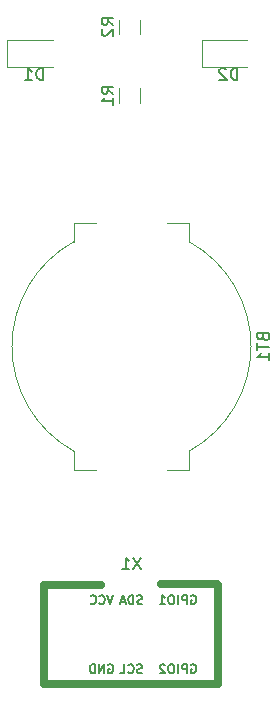
<source format=gbr>
G04 #@! TF.GenerationSoftware,KiCad,Pcbnew,(5.1.2)-1*
G04 #@! TF.CreationDate,2019-07-21T18:54:46-05:00*
G04 #@! TF.ProjectId,reddit-snoo-meetup,72656464-6974-42d7-936e-6f6f2d6d6565,rev?*
G04 #@! TF.SameCoordinates,Original*
G04 #@! TF.FileFunction,Legend,Bot*
G04 #@! TF.FilePolarity,Positive*
%FSLAX46Y46*%
G04 Gerber Fmt 4.6, Leading zero omitted, Abs format (unit mm)*
G04 Created by KiCad (PCBNEW (5.1.2)-1) date 2019-07-21 18:54:46*
%MOMM*%
%LPD*%
G04 APERTURE LIST*
%ADD10C,0.120000*%
%ADD11C,0.700000*%
%ADD12C,0.150000*%
G04 APERTURE END LIST*
D10*
X6307400Y-15816700D02*
X6307400Y-14209610D01*
X4422400Y-15816700D02*
X6307400Y-15816700D01*
X4422400Y5123300D02*
X6307400Y5123300D01*
X-1577600Y-15816700D02*
X-3462600Y-15816700D01*
X-1577600Y5123300D02*
X-3462600Y5123300D01*
X6307400Y5123300D02*
X6307400Y3516210D01*
X-3462600Y-15816700D02*
X-3462600Y-14209610D01*
X-3462600Y5123300D02*
X-3462600Y3516210D01*
X6307400Y-14209610D02*
G75*
G03X6307400Y3516210I-4885000J8862910D01*
G01*
X-3458768Y3518321D02*
G75*
G03X-3462600Y-14209610I4881168J-8865021D01*
G01*
X-5207200Y18346800D02*
X-9092200Y18346800D01*
X-9092200Y18346800D02*
X-9092200Y20616800D01*
X-9092200Y20616800D02*
X-5207200Y20616800D01*
X7354300Y20616800D02*
X11239300Y20616800D01*
X7354300Y18346800D02*
X7354300Y20616800D01*
X11239300Y18346800D02*
X7354300Y18346800D01*
X347300Y16499464D02*
X347300Y15295336D01*
X2167300Y16499464D02*
X2167300Y15295336D01*
X2167300Y22328764D02*
X2167300Y21124636D01*
X347300Y22328764D02*
X347300Y21124636D01*
D11*
X-1117600Y-25552400D02*
X-5943600Y-25552400D01*
X8702040Y-25501600D02*
X3962400Y-25501600D01*
X-5943600Y-25552400D02*
X-5943600Y-33934400D01*
X-5943600Y-33934400D02*
X8788400Y-33934400D01*
X8788400Y-33934400D02*
X8788400Y-25552400D01*
D12*
X12550971Y-4560985D02*
X12598590Y-4703842D01*
X12646209Y-4751461D01*
X12741447Y-4799080D01*
X12884304Y-4799080D01*
X12979542Y-4751461D01*
X13027161Y-4703842D01*
X13074780Y-4608604D01*
X13074780Y-4227652D01*
X12074780Y-4227652D01*
X12074780Y-4560985D01*
X12122400Y-4656223D01*
X12170019Y-4703842D01*
X12265257Y-4751461D01*
X12360495Y-4751461D01*
X12455733Y-4703842D01*
X12503352Y-4656223D01*
X12550971Y-4560985D01*
X12550971Y-4227652D01*
X12074780Y-5084795D02*
X12074780Y-5656223D01*
X13074780Y-5370509D02*
X12074780Y-5370509D01*
X13074780Y-6513366D02*
X13074780Y-5941938D01*
X13074780Y-6227652D02*
X12074780Y-6227652D01*
X12217638Y-6132414D01*
X12312876Y-6037176D01*
X12360495Y-5941938D01*
X-6069104Y17209419D02*
X-6069104Y18209419D01*
X-6307200Y18209419D01*
X-6450057Y18161800D01*
X-6545295Y18066561D01*
X-6592914Y17971323D01*
X-6640533Y17780847D01*
X-6640533Y17637990D01*
X-6592914Y17447514D01*
X-6545295Y17352276D01*
X-6450057Y17257038D01*
X-6307200Y17209419D01*
X-6069104Y17209419D01*
X-7592914Y17209419D02*
X-7021485Y17209419D01*
X-7307199Y17209419D02*
X-7307199Y18209419D01*
X-7211961Y18066561D01*
X-7116723Y17971323D01*
X-7021485Y17923704D01*
X10377395Y17209419D02*
X10377395Y18209419D01*
X10139300Y18209419D01*
X9996442Y18161800D01*
X9901204Y18066561D01*
X9853585Y17971323D01*
X9805966Y17780847D01*
X9805966Y17637990D01*
X9853585Y17447514D01*
X9901204Y17352276D01*
X9996442Y17257038D01*
X10139300Y17209419D01*
X10377395Y17209419D01*
X9425014Y18114180D02*
X9377395Y18161800D01*
X9282157Y18209419D01*
X9044061Y18209419D01*
X8948823Y18161800D01*
X8901204Y18114180D01*
X8853585Y18018942D01*
X8853585Y17923704D01*
X8901204Y17780847D01*
X9472633Y17209419D01*
X8853585Y17209419D01*
X-110319Y16064066D02*
X-586509Y16397400D01*
X-110319Y16635495D02*
X-1110319Y16635495D01*
X-1110319Y16254542D01*
X-1062700Y16159304D01*
X-1015080Y16111685D01*
X-919842Y16064066D01*
X-776985Y16064066D01*
X-681747Y16111685D01*
X-634128Y16159304D01*
X-586509Y16254542D01*
X-586509Y16635495D01*
X-110319Y15111685D02*
X-110319Y15683114D01*
X-110319Y15397400D02*
X-1110319Y15397400D01*
X-967461Y15492638D01*
X-872223Y15587876D01*
X-824604Y15683114D01*
X-110319Y21893366D02*
X-586509Y22226700D01*
X-110319Y22464795D02*
X-1110319Y22464795D01*
X-1110319Y22083842D01*
X-1062700Y21988604D01*
X-1015080Y21940985D01*
X-919842Y21893366D01*
X-776985Y21893366D01*
X-681747Y21940985D01*
X-634128Y21988604D01*
X-586509Y22083842D01*
X-586509Y22464795D01*
X-1015080Y21512414D02*
X-1062700Y21464795D01*
X-1110319Y21369557D01*
X-1110319Y21131461D01*
X-1062700Y21036223D01*
X-1015080Y20988604D01*
X-919842Y20940985D01*
X-824604Y20940985D01*
X-681747Y20988604D01*
X-110319Y21560033D01*
X-110319Y20940985D01*
X2231923Y-23226780D02*
X1565257Y-24226780D01*
X1565257Y-23226780D02*
X2231923Y-24226780D01*
X660495Y-24226780D02*
X1231923Y-24226780D01*
X946209Y-24226780D02*
X946209Y-23226780D01*
X1041447Y-23369638D01*
X1136685Y-23464876D01*
X1231923Y-23512495D01*
X-117600Y-26411685D02*
X-367600Y-27161685D01*
X-617600Y-26411685D01*
X-1296171Y-27090257D02*
X-1260457Y-27125971D01*
X-1153314Y-27161685D01*
X-1081885Y-27161685D01*
X-974742Y-27125971D01*
X-903314Y-27054542D01*
X-867600Y-26983114D01*
X-831885Y-26840257D01*
X-831885Y-26733114D01*
X-867600Y-26590257D01*
X-903314Y-26518828D01*
X-974742Y-26447400D01*
X-1081885Y-26411685D01*
X-1153314Y-26411685D01*
X-1260457Y-26447400D01*
X-1296171Y-26483114D01*
X-2046171Y-27090257D02*
X-2010457Y-27125971D01*
X-1903314Y-27161685D01*
X-1831885Y-27161685D01*
X-1724742Y-27125971D01*
X-1653314Y-27054542D01*
X-1617600Y-26983114D01*
X-1581885Y-26840257D01*
X-1581885Y-26733114D01*
X-1617600Y-26590257D01*
X-1653314Y-26518828D01*
X-1724742Y-26447400D01*
X-1831885Y-26411685D01*
X-1903314Y-26411685D01*
X-2010457Y-26447400D01*
X-2046171Y-26483114D01*
X2333114Y-27125971D02*
X2225971Y-27161685D01*
X2047399Y-27161685D01*
X1975971Y-27125971D01*
X1940257Y-27090257D01*
X1904542Y-27018828D01*
X1904542Y-26947400D01*
X1940257Y-26875971D01*
X1975971Y-26840257D01*
X2047399Y-26804542D01*
X2190257Y-26768828D01*
X2261685Y-26733114D01*
X2297400Y-26697400D01*
X2333114Y-26625971D01*
X2333114Y-26554542D01*
X2297400Y-26483114D01*
X2261685Y-26447400D01*
X2190257Y-26411685D01*
X2011685Y-26411685D01*
X1904542Y-26447400D01*
X1583114Y-27161685D02*
X1583114Y-26411685D01*
X1404542Y-26411685D01*
X1297400Y-26447400D01*
X1225971Y-26518828D01*
X1190257Y-26590257D01*
X1154542Y-26733114D01*
X1154542Y-26840257D01*
X1190257Y-26983114D01*
X1225971Y-27054542D01*
X1297400Y-27125971D01*
X1404542Y-27161685D01*
X1583114Y-27161685D01*
X868828Y-26947400D02*
X511685Y-26947400D01*
X940257Y-27161685D02*
X690257Y-26411685D01*
X440257Y-27161685D01*
X6466542Y-26447400D02*
X6537971Y-26411685D01*
X6645114Y-26411685D01*
X6752257Y-26447400D01*
X6823685Y-26518828D01*
X6859400Y-26590257D01*
X6895114Y-26733114D01*
X6895114Y-26840257D01*
X6859400Y-26983114D01*
X6823685Y-27054542D01*
X6752257Y-27125971D01*
X6645114Y-27161685D01*
X6573685Y-27161685D01*
X6466542Y-27125971D01*
X6430828Y-27090257D01*
X6430828Y-26840257D01*
X6573685Y-26840257D01*
X6109400Y-27161685D02*
X6109400Y-26411685D01*
X5823685Y-26411685D01*
X5752257Y-26447400D01*
X5716542Y-26483114D01*
X5680828Y-26554542D01*
X5680828Y-26661685D01*
X5716542Y-26733114D01*
X5752257Y-26768828D01*
X5823685Y-26804542D01*
X6109400Y-26804542D01*
X5359400Y-27161685D02*
X5359400Y-26411685D01*
X4859400Y-26411685D02*
X4716542Y-26411685D01*
X4645114Y-26447400D01*
X4573685Y-26518828D01*
X4537971Y-26661685D01*
X4537971Y-26911685D01*
X4573685Y-27054542D01*
X4645114Y-27125971D01*
X4716542Y-27161685D01*
X4859400Y-27161685D01*
X4930828Y-27125971D01*
X5002257Y-27054542D01*
X5037971Y-26911685D01*
X5037971Y-26661685D01*
X5002257Y-26518828D01*
X4930828Y-26447400D01*
X4859400Y-26411685D01*
X3823685Y-27161685D02*
X4252257Y-27161685D01*
X4037971Y-27161685D02*
X4037971Y-26411685D01*
X4109400Y-26518828D01*
X4180828Y-26590257D01*
X4252257Y-26625971D01*
X-546171Y-32289400D02*
X-474742Y-32253685D01*
X-367600Y-32253685D01*
X-260457Y-32289400D01*
X-189028Y-32360828D01*
X-153314Y-32432257D01*
X-117600Y-32575114D01*
X-117600Y-32682257D01*
X-153314Y-32825114D01*
X-189028Y-32896542D01*
X-260457Y-32967971D01*
X-367600Y-33003685D01*
X-439028Y-33003685D01*
X-546171Y-32967971D01*
X-581885Y-32932257D01*
X-581885Y-32682257D01*
X-439028Y-32682257D01*
X-903314Y-33003685D02*
X-903314Y-32253685D01*
X-1331885Y-33003685D01*
X-1331885Y-32253685D01*
X-1689028Y-33003685D02*
X-1689028Y-32253685D01*
X-1867600Y-32253685D01*
X-1974742Y-32289400D01*
X-2046171Y-32360828D01*
X-2081885Y-32432257D01*
X-2117600Y-32575114D01*
X-2117600Y-32682257D01*
X-2081885Y-32825114D01*
X-2046171Y-32896542D01*
X-1974742Y-32967971D01*
X-1867600Y-33003685D01*
X-1689028Y-33003685D01*
X2315257Y-32967971D02*
X2208114Y-33003685D01*
X2029542Y-33003685D01*
X1958114Y-32967971D01*
X1922400Y-32932257D01*
X1886685Y-32860828D01*
X1886685Y-32789400D01*
X1922400Y-32717971D01*
X1958114Y-32682257D01*
X2029542Y-32646542D01*
X2172400Y-32610828D01*
X2243828Y-32575114D01*
X2279542Y-32539400D01*
X2315257Y-32467971D01*
X2315257Y-32396542D01*
X2279542Y-32325114D01*
X2243828Y-32289400D01*
X2172400Y-32253685D01*
X1993828Y-32253685D01*
X1886685Y-32289400D01*
X1136685Y-32932257D02*
X1172400Y-32967971D01*
X1279542Y-33003685D01*
X1350971Y-33003685D01*
X1458114Y-32967971D01*
X1529542Y-32896542D01*
X1565257Y-32825114D01*
X1600971Y-32682257D01*
X1600971Y-32575114D01*
X1565257Y-32432257D01*
X1529542Y-32360828D01*
X1458114Y-32289400D01*
X1350971Y-32253685D01*
X1279542Y-32253685D01*
X1172400Y-32289400D01*
X1136685Y-32325114D01*
X458114Y-33003685D02*
X815257Y-33003685D01*
X815257Y-32253685D01*
X6466542Y-32289400D02*
X6537971Y-32253685D01*
X6645114Y-32253685D01*
X6752257Y-32289400D01*
X6823685Y-32360828D01*
X6859400Y-32432257D01*
X6895114Y-32575114D01*
X6895114Y-32682257D01*
X6859400Y-32825114D01*
X6823685Y-32896542D01*
X6752257Y-32967971D01*
X6645114Y-33003685D01*
X6573685Y-33003685D01*
X6466542Y-32967971D01*
X6430828Y-32932257D01*
X6430828Y-32682257D01*
X6573685Y-32682257D01*
X6109400Y-33003685D02*
X6109400Y-32253685D01*
X5823685Y-32253685D01*
X5752257Y-32289400D01*
X5716542Y-32325114D01*
X5680828Y-32396542D01*
X5680828Y-32503685D01*
X5716542Y-32575114D01*
X5752257Y-32610828D01*
X5823685Y-32646542D01*
X6109400Y-32646542D01*
X5359400Y-33003685D02*
X5359400Y-32253685D01*
X4859400Y-32253685D02*
X4716542Y-32253685D01*
X4645114Y-32289400D01*
X4573685Y-32360828D01*
X4537971Y-32503685D01*
X4537971Y-32753685D01*
X4573685Y-32896542D01*
X4645114Y-32967971D01*
X4716542Y-33003685D01*
X4859400Y-33003685D01*
X4930828Y-32967971D01*
X5002257Y-32896542D01*
X5037971Y-32753685D01*
X5037971Y-32503685D01*
X5002257Y-32360828D01*
X4930828Y-32289400D01*
X4859400Y-32253685D01*
X4252257Y-32325114D02*
X4216542Y-32289400D01*
X4145114Y-32253685D01*
X3966542Y-32253685D01*
X3895114Y-32289400D01*
X3859400Y-32325114D01*
X3823685Y-32396542D01*
X3823685Y-32467971D01*
X3859400Y-32575114D01*
X4287971Y-33003685D01*
X3823685Y-33003685D01*
M02*

</source>
